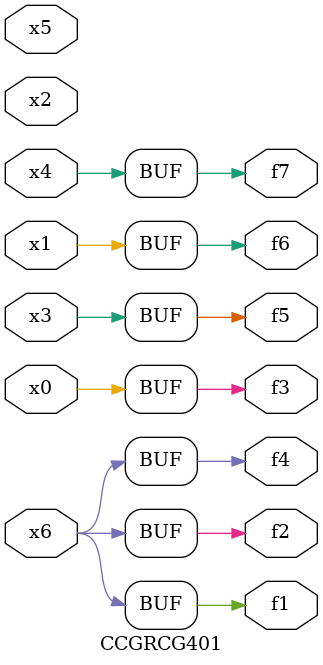
<source format=v>
module CCGRCG401(
	input x0, x1, x2, x3, x4, x5, x6,
	output f1, f2, f3, f4, f5, f6, f7
);
	assign f1 = x6;
	assign f2 = x6;
	assign f3 = x0;
	assign f4 = x6;
	assign f5 = x3;
	assign f6 = x1;
	assign f7 = x4;
endmodule

</source>
